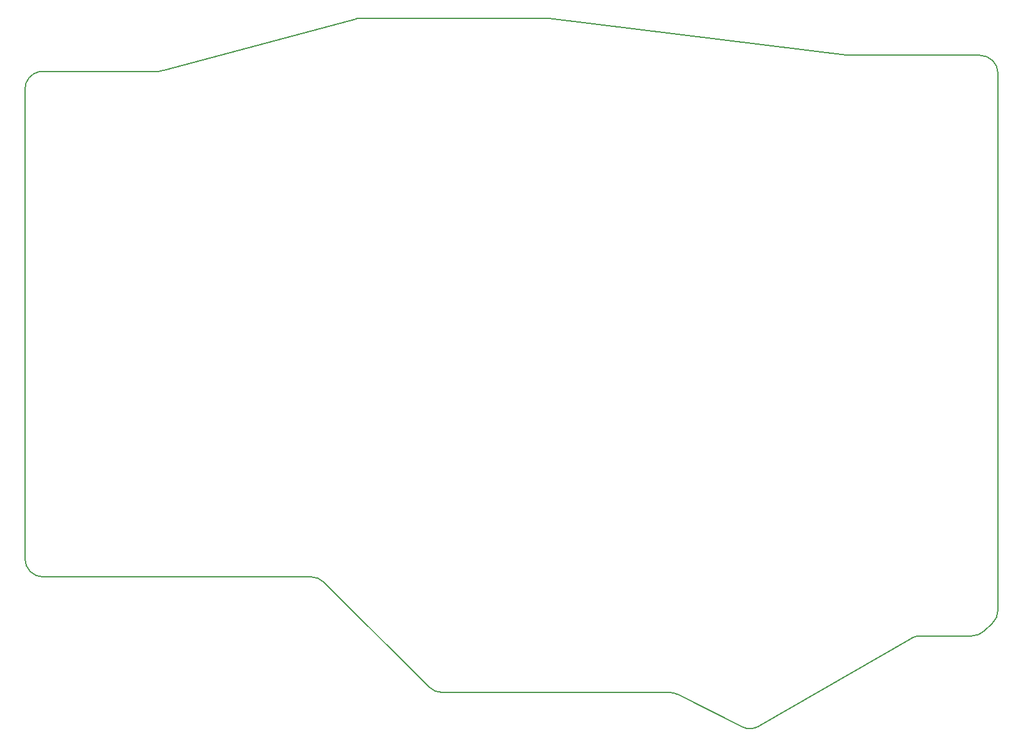
<source format=gm1>
G04 #@! TF.GenerationSoftware,KiCad,Pcbnew,(5.99.0-8557-g8988e46ab1)*
G04 #@! TF.CreationDate,2021-02-21T06:36:03-07:00*
G04 #@! TF.ProjectId,BottomCover,426f7474-6f6d-4436-9f76-65722e6b6963,rev?*
G04 #@! TF.SameCoordinates,PX85099e0PY51bada0*
G04 #@! TF.FileFunction,Profile,NP*
%FSLAX46Y46*%
G04 Gerber Fmt 4.6, Leading zero omitted, Abs format (unit mm)*
G04 Created by KiCad (PCBNEW (5.99.0-8557-g8988e46ab1)) date 2021-02-21 06:36:03*
%MOMM*%
%LPD*%
G01*
G04 APERTURE LIST*
G04 #@! TA.AperFunction,Profile*
%ADD10C,0.150000*%
G04 #@! TD*
G04 APERTURE END LIST*
D10*
X-7826996Y44800000D02*
G75*
G03*
X-8237993Y44765985I0J-2500000D01*
G01*
X1918706Y-47773197D02*
X-12717482Y-33226802D01*
X77049401Y-40677241D02*
G75*
G03*
X78744774Y-40014552I0J2500000D01*
G01*
X66448000Y39700000D02*
X78187476Y39700000D01*
X-12717482Y-33226802D02*
G75*
G03*
X-14479802Y-32500000I-1762320J-1773198D01*
G01*
X18460842Y44781328D02*
G75*
G03*
X18155867Y44800000I-304975J-2481328D01*
G01*
X79882849Y-38964398D02*
G75*
G03*
X80687476Y-37127087I-1695373J1837311D01*
G01*
X-7826995Y44800000D02*
X18155867Y44800001D01*
X69884216Y-40677241D02*
G75*
G03*
X68634216Y-41012177I-1J-2500000D01*
G01*
X-52037997Y37465985D02*
G75*
G03*
X-54127000Y35000000I410997J-2465985D01*
G01*
X59956468Y39700000D02*
X66448000Y39700000D01*
X35165954Y-48499999D02*
X3681025Y-48499999D01*
X18460842Y44781329D02*
X59651493Y39718671D01*
X68634216Y-41012177D02*
X47568689Y-53174364D01*
X-52037997Y37465985D02*
X-35537997Y37465985D01*
X80687476Y-37127087D02*
X80687476Y37200000D01*
X-54127000Y-30000000D02*
X-54127000Y35000000D01*
X1918706Y-47773197D02*
G75*
G03*
X3681025Y-48499999I1762319J1773198D01*
G01*
X59651493Y39718672D02*
G75*
G03*
X59956468Y39700000I304975J2481328D01*
G01*
X-14479802Y-32500000D02*
X-51627000Y-32500000D01*
X80687476Y37200000D02*
G75*
G03*
X78187476Y39700000I-2500000J0D01*
G01*
X77049402Y-40677241D02*
X69884216Y-40677241D01*
X45196025Y-53243048D02*
G75*
G03*
X47568689Y-53174364I1122664J2233747D01*
G01*
X36288619Y-48766253D02*
G75*
G03*
X35165954Y-48499999I-1122665J-2233747D01*
G01*
X45196025Y-53243048D02*
X36288619Y-48766252D01*
X-34894877Y37644119D02*
G75*
G02*
X-35537997Y37465985I-643120J1071867D01*
G01*
X79882849Y-38964397D02*
X78744774Y-40014551D01*
X-54127000Y-30000000D02*
G75*
G03*
X-51627000Y-32500000I2500000J0D01*
G01*
X-34894877Y37644119D02*
X-8237993Y44765985D01*
M02*

</source>
